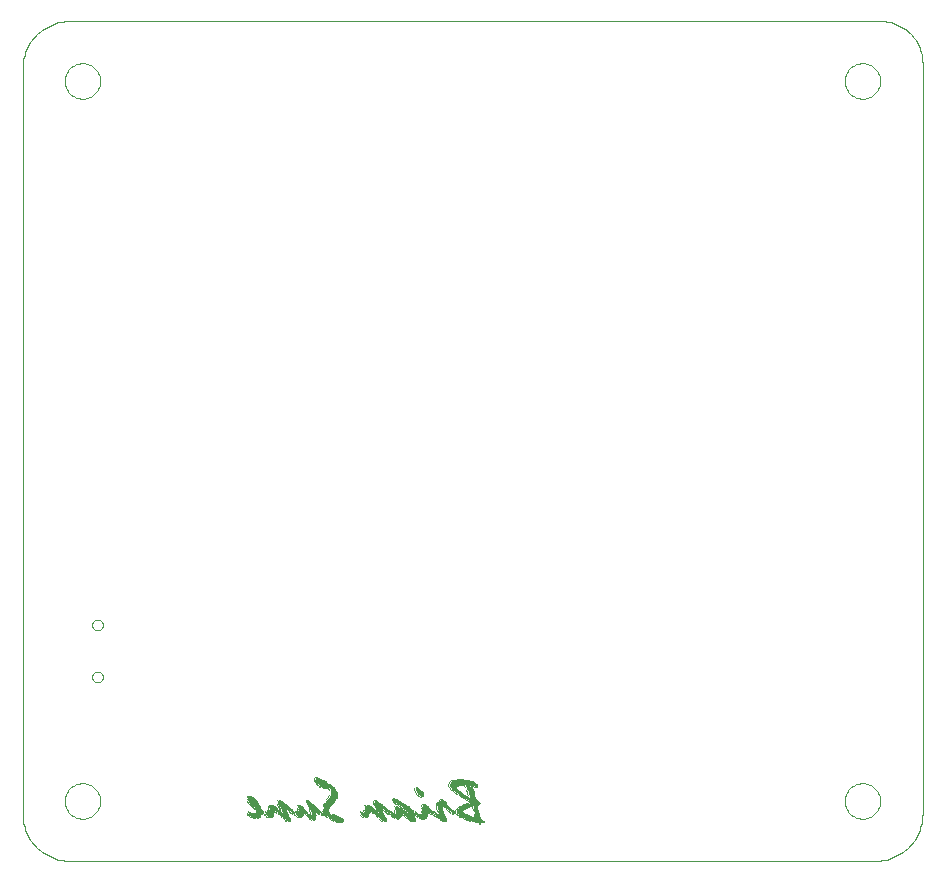
<source format=gbo>
G75*
G70*
%OFA0B0*%
%FSLAX24Y24*%
%IPPOS*%
%LPD*%
%AMOC8*
5,1,8,0,0,1.08239X$1,22.5*
%
%ADD10C,0.0000*%
%ADD11R,0.0094X0.0031*%
%ADD12R,0.0031X0.0031*%
%ADD13R,0.0189X0.0031*%
%ADD14R,0.0126X0.0031*%
%ADD15R,0.0409X0.0031*%
%ADD16R,0.0283X0.0031*%
%ADD17R,0.0441X0.0031*%
%ADD18R,0.0157X0.0031*%
%ADD19R,0.0315X0.0031*%
%ADD20R,0.0063X0.0031*%
%ADD21R,0.0504X0.0031*%
%ADD22R,0.0346X0.0031*%
%ADD23R,0.0535X0.0031*%
%ADD24R,0.0252X0.0031*%
%ADD25R,0.0378X0.0031*%
%ADD26R,0.0220X0.0031*%
%ADD27R,0.0913X0.0031*%
%ADD28R,0.0819X0.0031*%
%ADD29R,0.0787X0.0031*%
%ADD30R,0.0661X0.0031*%
D10*
X003261Y002680D02*
X030099Y002680D01*
X030177Y002682D01*
X030254Y002688D01*
X030331Y002697D01*
X030407Y002710D01*
X030483Y002727D01*
X030558Y002748D01*
X030632Y002772D01*
X030704Y002800D01*
X030775Y002832D01*
X030844Y002867D01*
X030912Y002905D01*
X030977Y002946D01*
X031041Y002991D01*
X031102Y003039D01*
X031161Y003090D01*
X031217Y003143D01*
X031270Y003199D01*
X031321Y003258D01*
X031369Y003319D01*
X031414Y003383D01*
X031455Y003448D01*
X031493Y003516D01*
X031528Y003585D01*
X031560Y003656D01*
X031588Y003728D01*
X031612Y003802D01*
X031633Y003877D01*
X031650Y003953D01*
X031663Y004029D01*
X031672Y004106D01*
X031678Y004183D01*
X031680Y004261D01*
X031680Y029266D01*
X031678Y029340D01*
X031672Y029414D01*
X031663Y029487D01*
X031649Y029560D01*
X031632Y029632D01*
X031611Y029703D01*
X031586Y029773D01*
X031558Y029841D01*
X031526Y029908D01*
X031491Y029973D01*
X031452Y030036D01*
X031410Y030097D01*
X031365Y030156D01*
X031317Y030212D01*
X031266Y030266D01*
X031212Y030317D01*
X031156Y030365D01*
X031097Y030410D01*
X031036Y030452D01*
X030973Y030491D01*
X030908Y030526D01*
X030841Y030558D01*
X030773Y030586D01*
X030703Y030611D01*
X030632Y030632D01*
X030560Y030649D01*
X030487Y030663D01*
X030414Y030672D01*
X030340Y030678D01*
X030266Y030680D01*
X003261Y030680D01*
X003183Y030678D01*
X003106Y030672D01*
X003029Y030663D01*
X002953Y030650D01*
X002877Y030633D01*
X002802Y030612D01*
X002728Y030588D01*
X002656Y030560D01*
X002585Y030528D01*
X002516Y030493D01*
X002448Y030455D01*
X002383Y030414D01*
X002319Y030369D01*
X002258Y030321D01*
X002199Y030270D01*
X002143Y030217D01*
X002090Y030161D01*
X002039Y030102D01*
X001991Y030041D01*
X001946Y029977D01*
X001905Y029912D01*
X001867Y029844D01*
X001832Y029775D01*
X001800Y029704D01*
X001772Y029632D01*
X001748Y029558D01*
X001727Y029483D01*
X001710Y029407D01*
X001697Y029331D01*
X001688Y029254D01*
X001682Y029177D01*
X001680Y029099D01*
X001680Y004261D01*
X001682Y004183D01*
X001688Y004106D01*
X001697Y004029D01*
X001710Y003953D01*
X001727Y003877D01*
X001748Y003802D01*
X001772Y003728D01*
X001800Y003656D01*
X001832Y003585D01*
X001867Y003516D01*
X001905Y003448D01*
X001946Y003383D01*
X001991Y003319D01*
X002039Y003258D01*
X002090Y003199D01*
X002143Y003143D01*
X002199Y003090D01*
X002258Y003039D01*
X002319Y002991D01*
X002383Y002946D01*
X002448Y002905D01*
X002516Y002867D01*
X002585Y002832D01*
X002656Y002800D01*
X002728Y002772D01*
X002802Y002748D01*
X002877Y002727D01*
X002953Y002710D01*
X003029Y002697D01*
X003106Y002688D01*
X003183Y002682D01*
X003261Y002680D01*
X003089Y004680D02*
X003091Y004728D01*
X003097Y004776D01*
X003107Y004823D01*
X003120Y004869D01*
X003138Y004914D01*
X003158Y004958D01*
X003183Y005000D01*
X003211Y005039D01*
X003241Y005076D01*
X003275Y005110D01*
X003312Y005142D01*
X003350Y005171D01*
X003391Y005196D01*
X003434Y005218D01*
X003479Y005236D01*
X003525Y005250D01*
X003572Y005261D01*
X003620Y005268D01*
X003668Y005271D01*
X003716Y005270D01*
X003764Y005265D01*
X003812Y005256D01*
X003858Y005244D01*
X003903Y005227D01*
X003947Y005207D01*
X003989Y005184D01*
X004029Y005157D01*
X004067Y005127D01*
X004102Y005094D01*
X004134Y005058D01*
X004164Y005020D01*
X004190Y004979D01*
X004212Y004936D01*
X004232Y004892D01*
X004247Y004847D01*
X004259Y004800D01*
X004267Y004752D01*
X004271Y004704D01*
X004271Y004656D01*
X004267Y004608D01*
X004259Y004560D01*
X004247Y004513D01*
X004232Y004468D01*
X004212Y004424D01*
X004190Y004381D01*
X004164Y004340D01*
X004134Y004302D01*
X004102Y004266D01*
X004067Y004233D01*
X004029Y004203D01*
X003989Y004176D01*
X003947Y004153D01*
X003903Y004133D01*
X003858Y004116D01*
X003812Y004104D01*
X003764Y004095D01*
X003716Y004090D01*
X003668Y004089D01*
X003620Y004092D01*
X003572Y004099D01*
X003525Y004110D01*
X003479Y004124D01*
X003434Y004142D01*
X003391Y004164D01*
X003350Y004189D01*
X003312Y004218D01*
X003275Y004250D01*
X003241Y004284D01*
X003211Y004321D01*
X003183Y004360D01*
X003158Y004402D01*
X003138Y004446D01*
X003120Y004491D01*
X003107Y004537D01*
X003097Y004584D01*
X003091Y004632D01*
X003089Y004680D01*
X004003Y008814D02*
X004005Y008840D01*
X004011Y008866D01*
X004021Y008891D01*
X004034Y008914D01*
X004050Y008934D01*
X004070Y008952D01*
X004092Y008967D01*
X004115Y008979D01*
X004141Y008987D01*
X004167Y008991D01*
X004193Y008991D01*
X004219Y008987D01*
X004245Y008979D01*
X004269Y008967D01*
X004290Y008952D01*
X004310Y008934D01*
X004326Y008914D01*
X004339Y008891D01*
X004349Y008866D01*
X004355Y008840D01*
X004357Y008814D01*
X004355Y008788D01*
X004349Y008762D01*
X004339Y008737D01*
X004326Y008714D01*
X004310Y008694D01*
X004290Y008676D01*
X004268Y008661D01*
X004245Y008649D01*
X004219Y008641D01*
X004193Y008637D01*
X004167Y008637D01*
X004141Y008641D01*
X004115Y008649D01*
X004091Y008661D01*
X004070Y008676D01*
X004050Y008694D01*
X004034Y008714D01*
X004021Y008737D01*
X004011Y008762D01*
X004005Y008788D01*
X004003Y008814D01*
X004003Y010546D02*
X004005Y010572D01*
X004011Y010598D01*
X004021Y010623D01*
X004034Y010646D01*
X004050Y010666D01*
X004070Y010684D01*
X004092Y010699D01*
X004115Y010711D01*
X004141Y010719D01*
X004167Y010723D01*
X004193Y010723D01*
X004219Y010719D01*
X004245Y010711D01*
X004269Y010699D01*
X004290Y010684D01*
X004310Y010666D01*
X004326Y010646D01*
X004339Y010623D01*
X004349Y010598D01*
X004355Y010572D01*
X004357Y010546D01*
X004355Y010520D01*
X004349Y010494D01*
X004339Y010469D01*
X004326Y010446D01*
X004310Y010426D01*
X004290Y010408D01*
X004268Y010393D01*
X004245Y010381D01*
X004219Y010373D01*
X004193Y010369D01*
X004167Y010369D01*
X004141Y010373D01*
X004115Y010381D01*
X004091Y010393D01*
X004070Y010408D01*
X004050Y010426D01*
X004034Y010446D01*
X004021Y010469D01*
X004011Y010494D01*
X004005Y010520D01*
X004003Y010546D01*
X003089Y028680D02*
X003091Y028728D01*
X003097Y028776D01*
X003107Y028823D01*
X003120Y028869D01*
X003138Y028914D01*
X003158Y028958D01*
X003183Y029000D01*
X003211Y029039D01*
X003241Y029076D01*
X003275Y029110D01*
X003312Y029142D01*
X003350Y029171D01*
X003391Y029196D01*
X003434Y029218D01*
X003479Y029236D01*
X003525Y029250D01*
X003572Y029261D01*
X003620Y029268D01*
X003668Y029271D01*
X003716Y029270D01*
X003764Y029265D01*
X003812Y029256D01*
X003858Y029244D01*
X003903Y029227D01*
X003947Y029207D01*
X003989Y029184D01*
X004029Y029157D01*
X004067Y029127D01*
X004102Y029094D01*
X004134Y029058D01*
X004164Y029020D01*
X004190Y028979D01*
X004212Y028936D01*
X004232Y028892D01*
X004247Y028847D01*
X004259Y028800D01*
X004267Y028752D01*
X004271Y028704D01*
X004271Y028656D01*
X004267Y028608D01*
X004259Y028560D01*
X004247Y028513D01*
X004232Y028468D01*
X004212Y028424D01*
X004190Y028381D01*
X004164Y028340D01*
X004134Y028302D01*
X004102Y028266D01*
X004067Y028233D01*
X004029Y028203D01*
X003989Y028176D01*
X003947Y028153D01*
X003903Y028133D01*
X003858Y028116D01*
X003812Y028104D01*
X003764Y028095D01*
X003716Y028090D01*
X003668Y028089D01*
X003620Y028092D01*
X003572Y028099D01*
X003525Y028110D01*
X003479Y028124D01*
X003434Y028142D01*
X003391Y028164D01*
X003350Y028189D01*
X003312Y028218D01*
X003275Y028250D01*
X003241Y028284D01*
X003211Y028321D01*
X003183Y028360D01*
X003158Y028402D01*
X003138Y028446D01*
X003120Y028491D01*
X003107Y028537D01*
X003097Y028584D01*
X003091Y028632D01*
X003089Y028680D01*
X029089Y028680D02*
X029091Y028728D01*
X029097Y028776D01*
X029107Y028823D01*
X029120Y028869D01*
X029138Y028914D01*
X029158Y028958D01*
X029183Y029000D01*
X029211Y029039D01*
X029241Y029076D01*
X029275Y029110D01*
X029312Y029142D01*
X029350Y029171D01*
X029391Y029196D01*
X029434Y029218D01*
X029479Y029236D01*
X029525Y029250D01*
X029572Y029261D01*
X029620Y029268D01*
X029668Y029271D01*
X029716Y029270D01*
X029764Y029265D01*
X029812Y029256D01*
X029858Y029244D01*
X029903Y029227D01*
X029947Y029207D01*
X029989Y029184D01*
X030029Y029157D01*
X030067Y029127D01*
X030102Y029094D01*
X030134Y029058D01*
X030164Y029020D01*
X030190Y028979D01*
X030212Y028936D01*
X030232Y028892D01*
X030247Y028847D01*
X030259Y028800D01*
X030267Y028752D01*
X030271Y028704D01*
X030271Y028656D01*
X030267Y028608D01*
X030259Y028560D01*
X030247Y028513D01*
X030232Y028468D01*
X030212Y028424D01*
X030190Y028381D01*
X030164Y028340D01*
X030134Y028302D01*
X030102Y028266D01*
X030067Y028233D01*
X030029Y028203D01*
X029989Y028176D01*
X029947Y028153D01*
X029903Y028133D01*
X029858Y028116D01*
X029812Y028104D01*
X029764Y028095D01*
X029716Y028090D01*
X029668Y028089D01*
X029620Y028092D01*
X029572Y028099D01*
X029525Y028110D01*
X029479Y028124D01*
X029434Y028142D01*
X029391Y028164D01*
X029350Y028189D01*
X029312Y028218D01*
X029275Y028250D01*
X029241Y028284D01*
X029211Y028321D01*
X029183Y028360D01*
X029158Y028402D01*
X029138Y028446D01*
X029120Y028491D01*
X029107Y028537D01*
X029097Y028584D01*
X029091Y028632D01*
X029089Y028680D01*
X029089Y004680D02*
X029091Y004728D01*
X029097Y004776D01*
X029107Y004823D01*
X029120Y004869D01*
X029138Y004914D01*
X029158Y004958D01*
X029183Y005000D01*
X029211Y005039D01*
X029241Y005076D01*
X029275Y005110D01*
X029312Y005142D01*
X029350Y005171D01*
X029391Y005196D01*
X029434Y005218D01*
X029479Y005236D01*
X029525Y005250D01*
X029572Y005261D01*
X029620Y005268D01*
X029668Y005271D01*
X029716Y005270D01*
X029764Y005265D01*
X029812Y005256D01*
X029858Y005244D01*
X029903Y005227D01*
X029947Y005207D01*
X029989Y005184D01*
X030029Y005157D01*
X030067Y005127D01*
X030102Y005094D01*
X030134Y005058D01*
X030164Y005020D01*
X030190Y004979D01*
X030212Y004936D01*
X030232Y004892D01*
X030247Y004847D01*
X030259Y004800D01*
X030267Y004752D01*
X030271Y004704D01*
X030271Y004656D01*
X030267Y004608D01*
X030259Y004560D01*
X030247Y004513D01*
X030232Y004468D01*
X030212Y004424D01*
X030190Y004381D01*
X030164Y004340D01*
X030134Y004302D01*
X030102Y004266D01*
X030067Y004233D01*
X030029Y004203D01*
X029989Y004176D01*
X029947Y004153D01*
X029903Y004133D01*
X029858Y004116D01*
X029812Y004104D01*
X029764Y004095D01*
X029716Y004090D01*
X029668Y004089D01*
X029620Y004092D01*
X029572Y004099D01*
X029525Y004110D01*
X029479Y004124D01*
X029434Y004142D01*
X029391Y004164D01*
X029350Y004189D01*
X029312Y004218D01*
X029275Y004250D01*
X029241Y004284D01*
X029211Y004321D01*
X029183Y004360D01*
X029158Y004402D01*
X029138Y004446D01*
X029120Y004491D01*
X029107Y004537D01*
X029097Y004584D01*
X029091Y004632D01*
X029089Y004680D01*
D11*
X016916Y003932D03*
X016916Y003900D03*
X016916Y003869D03*
X016034Y004247D03*
X016034Y004278D03*
X015656Y004688D03*
X015058Y004499D03*
X014995Y004814D03*
X014837Y005034D03*
X014711Y003995D03*
X014176Y004089D03*
X013893Y004278D03*
X013767Y003995D03*
X013137Y004121D03*
X013452Y004656D03*
X012034Y004215D03*
X011562Y004278D03*
X011184Y004215D03*
X010680Y004278D03*
X010649Y004310D03*
X010554Y003995D03*
X009515Y004089D03*
X009263Y004247D03*
X009357Y004530D03*
X009326Y004562D03*
X009294Y004593D03*
X011499Y005412D03*
X011782Y005097D03*
X016790Y005160D03*
D12*
X016790Y005129D03*
X016759Y005129D03*
X016727Y005160D03*
X016696Y005160D03*
X016664Y005160D03*
X016633Y005129D03*
X016664Y005097D03*
X016696Y005097D03*
X016696Y005066D03*
X016727Y005034D03*
X016727Y005003D03*
X016822Y005129D03*
X016853Y005129D03*
X016853Y005160D03*
X016853Y005192D03*
X016853Y005223D03*
X016790Y005255D03*
X016759Y005286D03*
X016727Y005318D03*
X016696Y005318D03*
X016664Y005318D03*
X016601Y005349D03*
X016570Y005349D03*
X016601Y005192D03*
X016601Y005160D03*
X016633Y005192D03*
X016475Y005129D03*
X016444Y005160D03*
X016444Y005192D03*
X016412Y005192D03*
X016318Y005192D03*
X016286Y005192D03*
X016255Y005192D03*
X016223Y005160D03*
X016192Y005160D03*
X016160Y005129D03*
X016160Y005097D03*
X016160Y005066D03*
X016129Y005097D03*
X016192Y005034D03*
X016223Y005003D03*
X016255Y004971D03*
X016286Y004971D03*
X016286Y004940D03*
X016318Y004940D03*
X016349Y004908D03*
X016381Y004877D03*
X016412Y004877D03*
X016475Y004845D03*
X016507Y004814D03*
X016538Y004814D03*
X016570Y004845D03*
X016538Y004877D03*
X016538Y004908D03*
X016538Y004940D03*
X016538Y004971D03*
X016507Y004971D03*
X016507Y005003D03*
X016570Y004782D03*
X016538Y004688D03*
X016507Y004688D03*
X016475Y004719D03*
X016381Y004751D03*
X016349Y004782D03*
X016318Y004782D03*
X016318Y004814D03*
X016286Y004814D03*
X016255Y004845D03*
X016192Y004877D03*
X016160Y004877D03*
X016160Y004908D03*
X016129Y004908D03*
X016097Y004940D03*
X016066Y004971D03*
X016003Y005003D03*
X015971Y005034D03*
X015971Y005066D03*
X015940Y005097D03*
X015940Y005129D03*
X015908Y005160D03*
X015908Y005192D03*
X015908Y005223D03*
X015940Y005255D03*
X015940Y005286D03*
X015971Y005318D03*
X016003Y005349D03*
X016034Y005349D03*
X016192Y005381D03*
X016759Y004845D03*
X016759Y004814D03*
X016790Y004782D03*
X016790Y004751D03*
X016822Y004719D03*
X016822Y004688D03*
X016853Y004688D03*
X016885Y004656D03*
X016885Y004625D03*
X016916Y004625D03*
X016948Y004593D03*
X016916Y004562D03*
X016916Y004530D03*
X016885Y004530D03*
X016885Y004341D03*
X016885Y004310D03*
X016916Y004247D03*
X016916Y004215D03*
X016916Y004184D03*
X016916Y004152D03*
X016948Y004121D03*
X016979Y004089D03*
X017011Y004058D03*
X017042Y004026D03*
X017074Y003995D03*
X017105Y003995D03*
X017105Y003963D03*
X017074Y003963D03*
X017074Y003932D03*
X017042Y003932D03*
X017011Y003932D03*
X016979Y003932D03*
X016979Y003900D03*
X016853Y003932D03*
X016853Y003963D03*
X016822Y003963D03*
X016790Y003963D03*
X016790Y004121D03*
X016759Y004121D03*
X016759Y004152D03*
X016759Y004184D03*
X016759Y004215D03*
X016727Y004121D03*
X016696Y004121D03*
X016664Y004152D03*
X016633Y004152D03*
X016601Y004184D03*
X016570Y004184D03*
X016538Y004215D03*
X016507Y004215D03*
X016444Y004247D03*
X016412Y004247D03*
X016381Y004247D03*
X016381Y004278D03*
X016381Y004341D03*
X016444Y004373D03*
X016475Y004373D03*
X016507Y004404D03*
X016538Y004404D03*
X016570Y004436D03*
X016601Y004436D03*
X016633Y004467D03*
X016664Y004467D03*
X016696Y004467D03*
X016696Y004436D03*
X016696Y004404D03*
X016727Y004373D03*
X016727Y004341D03*
X016570Y004593D03*
X016538Y004593D03*
X016507Y004593D03*
X016475Y004562D03*
X016444Y004530D03*
X016412Y004530D03*
X016381Y004530D03*
X016349Y004499D03*
X016255Y004467D03*
X016223Y004436D03*
X016192Y004404D03*
X016160Y004373D03*
X016129Y004341D03*
X016129Y004310D03*
X016129Y004278D03*
X016097Y004278D03*
X016097Y004310D03*
X016066Y004341D03*
X016003Y004373D03*
X015971Y004404D03*
X015940Y004436D03*
X015908Y004467D03*
X015845Y004530D03*
X015845Y004562D03*
X015845Y004593D03*
X015814Y004625D03*
X015782Y004625D03*
X015782Y004656D03*
X015751Y004656D03*
X015719Y004688D03*
X015688Y004719D03*
X015656Y004719D03*
X015625Y004719D03*
X015593Y004688D03*
X015593Y004656D03*
X015562Y004625D03*
X015530Y004625D03*
X015499Y004593D03*
X015499Y004562D03*
X015499Y004530D03*
X015499Y004467D03*
X015499Y004436D03*
X015499Y004404D03*
X015499Y004373D03*
X015530Y004341D03*
X015530Y004310D03*
X015562Y004310D03*
X015562Y004278D03*
X015593Y004247D03*
X015593Y004215D03*
X015562Y004215D03*
X015499Y004247D03*
X015467Y004278D03*
X015436Y004278D03*
X015404Y004278D03*
X015404Y004247D03*
X015373Y004215D03*
X015341Y004215D03*
X015310Y004215D03*
X015278Y004247D03*
X015247Y004247D03*
X015215Y004247D03*
X015184Y004215D03*
X015184Y004184D03*
X015184Y004152D03*
X015152Y004089D03*
X015121Y004089D03*
X014963Y004089D03*
X014932Y004089D03*
X014869Y004121D03*
X014837Y004152D03*
X014806Y004184D03*
X014774Y004184D03*
X014743Y004184D03*
X014743Y004152D03*
X014774Y004152D03*
X014774Y004121D03*
X014806Y004089D03*
X014806Y004058D03*
X014806Y004026D03*
X014806Y003995D03*
X014774Y003995D03*
X014649Y003995D03*
X014617Y003995D03*
X014586Y004026D03*
X014586Y004058D03*
X014554Y004058D03*
X014523Y004089D03*
X014491Y004089D03*
X014460Y004121D03*
X014428Y004152D03*
X014397Y004184D03*
X014365Y004184D03*
X014365Y004215D03*
X014334Y004215D03*
X014334Y004184D03*
X014334Y004152D03*
X014302Y004121D03*
X014271Y004089D03*
X014239Y004089D03*
X014113Y004089D03*
X014050Y004121D03*
X014019Y004121D03*
X014019Y004152D03*
X013987Y004152D03*
X013956Y004215D03*
X013924Y004215D03*
X013893Y004215D03*
X013861Y004215D03*
X013830Y004247D03*
X013830Y004278D03*
X013798Y004278D03*
X013767Y004310D03*
X013735Y004341D03*
X013704Y004341D03*
X013704Y004310D03*
X013704Y004373D03*
X013672Y004373D03*
X013704Y004499D03*
X013704Y004530D03*
X013672Y004530D03*
X013672Y004562D03*
X013641Y004562D03*
X013641Y004593D03*
X013609Y004593D03*
X013578Y004625D03*
X013546Y004656D03*
X013515Y004656D03*
X013483Y004688D03*
X013452Y004688D03*
X013420Y004688D03*
X013389Y004656D03*
X013389Y004625D03*
X013389Y004593D03*
X013389Y004562D03*
X013389Y004530D03*
X013420Y004499D03*
X013452Y004467D03*
X013452Y004436D03*
X013420Y004373D03*
X013389Y004404D03*
X013357Y004404D03*
X013357Y004436D03*
X013326Y004467D03*
X013263Y004499D03*
X013231Y004499D03*
X013137Y004499D03*
X013105Y004499D03*
X013074Y004341D03*
X013074Y004310D03*
X013042Y004278D03*
X013011Y004278D03*
X012979Y004278D03*
X012979Y004310D03*
X012979Y004184D03*
X013011Y004152D03*
X013042Y004121D03*
X013074Y004121D03*
X013200Y004121D03*
X013231Y004184D03*
X013231Y004215D03*
X013263Y004247D03*
X013294Y004278D03*
X013294Y004310D03*
X013326Y004310D03*
X013357Y004278D03*
X013357Y004247D03*
X013389Y004247D03*
X013452Y004215D03*
X013483Y004184D03*
X013483Y004152D03*
X013515Y004152D03*
X013515Y004121D03*
X013546Y004121D03*
X013609Y004058D03*
X013641Y004026D03*
X013672Y003995D03*
X013704Y003995D03*
X013830Y003995D03*
X013830Y004026D03*
X013830Y004058D03*
X013830Y004089D03*
X013798Y004089D03*
X013798Y004121D03*
X013767Y004121D03*
X013767Y004152D03*
X013767Y004184D03*
X013735Y004215D03*
X013924Y004247D03*
X013956Y004278D03*
X013987Y004278D03*
X014019Y004278D03*
X014050Y004247D03*
X014113Y004247D03*
X014113Y004278D03*
X014113Y004310D03*
X014113Y004341D03*
X014113Y004467D03*
X014208Y004467D03*
X014239Y004436D03*
X014271Y004467D03*
X014302Y004467D03*
X014334Y004436D03*
X014334Y004404D03*
X014334Y004373D03*
X014365Y004373D03*
X014365Y004341D03*
X014397Y004341D03*
X014428Y004341D03*
X014428Y004310D03*
X014460Y004310D03*
X014460Y004278D03*
X014491Y004278D03*
X014491Y004247D03*
X014523Y004247D03*
X014617Y004373D03*
X014617Y004404D03*
X014649Y004373D03*
X014586Y004436D03*
X014586Y004467D03*
X014554Y004467D03*
X014491Y004499D03*
X014460Y004530D03*
X014428Y004562D03*
X014397Y004562D03*
X014397Y004593D03*
X014365Y004593D03*
X014334Y004625D03*
X014302Y004656D03*
X014271Y004656D03*
X014239Y004688D03*
X014208Y004719D03*
X014082Y004751D03*
X014050Y004751D03*
X014019Y004719D03*
X014019Y004688D03*
X014050Y004656D03*
X014050Y004625D03*
X014082Y004625D03*
X014113Y004593D03*
X014145Y004593D03*
X014145Y004562D03*
X014176Y004562D03*
X014208Y004530D03*
X014239Y004499D03*
X014271Y004404D03*
X014302Y004404D03*
X014302Y004373D03*
X013924Y004341D03*
X013924Y004310D03*
X013893Y004341D03*
X013830Y004404D03*
X013798Y004436D03*
X013767Y004467D03*
X013546Y004278D03*
X013515Y004278D03*
X013483Y004341D03*
X012381Y004058D03*
X012381Y004026D03*
X012381Y003995D03*
X012349Y003963D03*
X012318Y003932D03*
X012286Y003932D03*
X012255Y003932D03*
X012223Y003932D03*
X012192Y003963D03*
X012160Y003963D03*
X012066Y003995D03*
X012034Y004026D03*
X012003Y004026D03*
X011971Y004058D03*
X011940Y004089D03*
X011877Y004121D03*
X011845Y004121D03*
X011845Y004152D03*
X011814Y004152D03*
X011782Y004152D03*
X011719Y004184D03*
X011688Y004184D03*
X011656Y004184D03*
X011656Y004247D03*
X011593Y004247D03*
X011562Y004247D03*
X011562Y004215D03*
X011593Y004215D03*
X011530Y004247D03*
X011467Y004247D03*
X011530Y004373D03*
X011530Y004404D03*
X011499Y004404D03*
X011499Y004436D03*
X011467Y004436D03*
X011467Y004467D03*
X011436Y004499D03*
X011404Y004499D03*
X011404Y004530D03*
X011373Y004530D03*
X011373Y004562D03*
X011341Y004562D03*
X011341Y004593D03*
X011310Y004625D03*
X011278Y004656D03*
X011247Y004656D03*
X011215Y004688D03*
X011184Y004688D03*
X011152Y004688D03*
X011152Y004656D03*
X011152Y004625D03*
X011184Y004593D03*
X011184Y004562D03*
X011215Y004467D03*
X011247Y004436D03*
X011247Y004404D03*
X011247Y004373D03*
X011278Y004341D03*
X011278Y004310D03*
X011310Y004278D03*
X011310Y004247D03*
X011310Y004215D03*
X011278Y004215D03*
X011247Y004215D03*
X011184Y004152D03*
X011152Y004184D03*
X011121Y004215D03*
X011058Y004215D03*
X011058Y004184D03*
X011026Y004152D03*
X010995Y004121D03*
X010963Y004121D03*
X010932Y004121D03*
X010900Y004121D03*
X010869Y004121D03*
X010837Y004152D03*
X010806Y004184D03*
X010774Y004184D03*
X010774Y004215D03*
X010774Y004247D03*
X010743Y004247D03*
X010743Y004278D03*
X010774Y004278D03*
X010743Y004310D03*
X010711Y004310D03*
X010711Y004341D03*
X010680Y004373D03*
X010649Y004373D03*
X010617Y004404D03*
X010586Y004436D03*
X010523Y004499D03*
X010491Y004530D03*
X010460Y004562D03*
X010428Y004593D03*
X010397Y004625D03*
X010365Y004625D03*
X010365Y004656D03*
X010334Y004656D03*
X010302Y004688D03*
X010208Y004688D03*
X010208Y004530D03*
X010208Y004499D03*
X010239Y004467D03*
X010239Y004436D03*
X010271Y004436D03*
X010271Y004404D03*
X010271Y004373D03*
X010302Y004373D03*
X010302Y004341D03*
X010302Y004310D03*
X010271Y004341D03*
X010208Y004373D03*
X010176Y004436D03*
X010145Y004467D03*
X010113Y004467D03*
X010050Y004499D03*
X010019Y004499D03*
X009924Y004499D03*
X009893Y004467D03*
X009893Y004436D03*
X009893Y004404D03*
X009893Y004373D03*
X009861Y004341D03*
X009861Y004310D03*
X009861Y004278D03*
X009830Y004278D03*
X009798Y004278D03*
X009798Y004310D03*
X009735Y004310D03*
X009735Y004278D03*
X009735Y004247D03*
X009704Y004215D03*
X009672Y004215D03*
X009641Y004184D03*
X009641Y004152D03*
X009641Y004121D03*
X009578Y004089D03*
X009452Y004089D03*
X009420Y004089D03*
X009389Y004089D03*
X009294Y004121D03*
X009263Y004152D03*
X009231Y004184D03*
X009200Y004184D03*
X009200Y004215D03*
X009200Y004247D03*
X009231Y004278D03*
X009263Y004278D03*
X009294Y004278D03*
X009326Y004247D03*
X009357Y004247D03*
X009452Y004247D03*
X009483Y004278D03*
X009483Y004310D03*
X009483Y004341D03*
X009420Y004373D03*
X009420Y004404D03*
X009389Y004404D03*
X009389Y004436D03*
X009357Y004436D03*
X009357Y004467D03*
X009326Y004467D03*
X009294Y004499D03*
X009294Y004530D03*
X009263Y004530D03*
X009263Y004562D03*
X009231Y004593D03*
X009200Y004625D03*
X009200Y004656D03*
X009200Y004782D03*
X009200Y004814D03*
X009231Y004814D03*
X009326Y004814D03*
X009357Y004782D03*
X009389Y004782D03*
X009420Y004751D03*
X009452Y004719D03*
X009483Y004688D03*
X009515Y004656D03*
X009546Y004625D03*
X009578Y004562D03*
X009578Y004530D03*
X009609Y004499D03*
X009641Y004467D03*
X009641Y004436D03*
X009641Y004404D03*
X009672Y004373D03*
X009704Y004341D03*
X009767Y004215D03*
X009767Y004184D03*
X009798Y004184D03*
X009830Y004152D03*
X009830Y004121D03*
X009861Y004121D03*
X010019Y004121D03*
X010019Y004152D03*
X010050Y004152D03*
X010050Y004184D03*
X010050Y004215D03*
X010082Y004278D03*
X010082Y004310D03*
X010113Y004310D03*
X010145Y004278D03*
X010176Y004278D03*
X010176Y004247D03*
X010239Y004215D03*
X010271Y004215D03*
X010302Y004184D03*
X010334Y004121D03*
X010397Y004089D03*
X010428Y004058D03*
X010460Y004026D03*
X010460Y003995D03*
X010491Y003995D03*
X010617Y003995D03*
X010617Y004026D03*
X010617Y004058D03*
X010617Y004089D03*
X010586Y004121D03*
X010554Y004215D03*
X010523Y004247D03*
X010523Y004278D03*
X010491Y004310D03*
X010491Y004341D03*
X010554Y004341D03*
X010586Y004310D03*
X010586Y004278D03*
X010617Y004278D03*
X010617Y004247D03*
X010649Y004247D03*
X010711Y004215D03*
X010806Y004310D03*
X010837Y004310D03*
X010869Y004310D03*
X010869Y004341D03*
X010869Y004373D03*
X010869Y004404D03*
X010869Y004499D03*
X010900Y004499D03*
X010932Y004499D03*
X010963Y004499D03*
X011026Y004467D03*
X011058Y004436D03*
X011058Y004404D03*
X011089Y004373D03*
X011121Y004341D03*
X011152Y004310D03*
X011184Y004278D03*
X011247Y004089D03*
X011278Y004058D03*
X011310Y004058D03*
X011341Y004026D03*
X011436Y004026D03*
X011467Y004058D03*
X011467Y004089D03*
X011593Y004310D03*
X011593Y004341D03*
X011625Y004310D03*
X011688Y004310D03*
X011562Y004373D03*
X011719Y004530D03*
X011751Y004562D03*
X011751Y004593D03*
X011814Y004625D03*
X011814Y004656D03*
X011845Y004719D03*
X011877Y004751D03*
X011908Y004782D03*
X011908Y004814D03*
X011940Y004845D03*
X011940Y005003D03*
X011940Y005034D03*
X011908Y005034D03*
X011908Y005066D03*
X011877Y005066D03*
X011877Y005097D03*
X011845Y005097D03*
X011814Y005129D03*
X011782Y005160D03*
X011751Y005160D03*
X011751Y005192D03*
X011719Y005097D03*
X011719Y005066D03*
X011751Y005066D03*
X011625Y005129D03*
X011593Y005129D03*
X011593Y005160D03*
X011562Y005192D03*
X011530Y005192D03*
X011530Y005223D03*
X011499Y005223D03*
X011436Y005318D03*
X011436Y005349D03*
X011436Y005381D03*
X011436Y005412D03*
X011467Y005444D03*
X011499Y005444D03*
X011530Y005444D03*
X011562Y005412D03*
X011593Y005412D03*
X011593Y005381D03*
X011625Y005381D03*
X011656Y005381D03*
X011719Y005349D03*
X011751Y005349D03*
X011782Y005318D03*
X011814Y005318D03*
X011845Y005286D03*
X011877Y005255D03*
X011971Y005192D03*
X012003Y005192D03*
X012003Y005160D03*
X012034Y005160D03*
X012034Y005129D03*
X012066Y005129D03*
X012097Y005066D03*
X012097Y005034D03*
X012129Y005034D03*
X012129Y005003D03*
X012160Y004971D03*
X012192Y004940D03*
X012192Y004908D03*
X012192Y004877D03*
X012192Y004845D03*
X012192Y004814D03*
X012192Y004782D03*
X012192Y004751D03*
X012129Y004719D03*
X012129Y004688D03*
X012097Y004656D03*
X012097Y004625D03*
X012066Y004593D03*
X012034Y004562D03*
X012003Y004530D03*
X012003Y004499D03*
X011971Y004499D03*
X011940Y004436D03*
X011940Y004404D03*
X011908Y004373D03*
X011908Y004341D03*
X011908Y004310D03*
X011908Y004278D03*
X011940Y004278D03*
X011940Y004247D03*
X011971Y004215D03*
X012097Y004215D03*
X012129Y004184D03*
X012160Y004184D03*
X012192Y004152D03*
X012223Y004152D03*
X012223Y004121D03*
X012255Y004121D03*
X012286Y004121D03*
X012349Y004089D03*
X012349Y004058D03*
X010334Y004278D03*
X009452Y004499D03*
X009420Y004530D03*
X009420Y004562D03*
X009389Y004562D03*
X009389Y004593D03*
X009420Y004593D03*
X009357Y004593D03*
X009231Y004310D03*
X014743Y004310D03*
X014743Y004278D03*
X014806Y004278D03*
X014837Y004278D03*
X014806Y004310D03*
X014869Y004247D03*
X014774Y004215D03*
X014995Y004467D03*
X014995Y004499D03*
X015026Y004530D03*
X015058Y004530D03*
X015089Y004530D03*
X015121Y004530D03*
X015121Y004499D03*
X015152Y004499D03*
X015184Y004467D03*
X015215Y004467D03*
X015215Y004436D03*
X015247Y004404D03*
X015278Y004373D03*
X015310Y004373D03*
X015341Y004341D03*
X015404Y004310D03*
X015436Y004310D03*
X015436Y004184D03*
X015436Y004152D03*
X015467Y004152D03*
X015499Y004121D03*
X015562Y004089D03*
X015593Y004089D03*
X015625Y004058D03*
X015625Y004026D03*
X015656Y004026D03*
X015688Y004026D03*
X015688Y003995D03*
X015719Y003995D03*
X015751Y003995D03*
X015782Y003995D03*
X015814Y003995D03*
X015845Y004026D03*
X015845Y004058D03*
X015814Y004089D03*
X015782Y004121D03*
X015782Y004152D03*
X015751Y004152D03*
X015751Y004184D03*
X015751Y004215D03*
X015719Y004278D03*
X015719Y004310D03*
X015688Y004373D03*
X015688Y004404D03*
X015688Y004436D03*
X015688Y004467D03*
X015719Y004467D03*
X015751Y004467D03*
X015751Y004436D03*
X015782Y004436D03*
X015814Y004404D03*
X015845Y004373D03*
X015877Y004341D03*
X015908Y004310D03*
X015940Y004310D03*
X015940Y004278D03*
X015971Y004278D03*
X015971Y004247D03*
X016034Y004215D03*
X016066Y004215D03*
X016160Y004215D03*
X016192Y004215D03*
X016192Y004184D03*
X016223Y004184D03*
X016255Y004121D03*
X016286Y004121D03*
X016381Y004089D03*
X016412Y004089D03*
X016444Y004058D03*
X016475Y004058D03*
X016507Y004026D03*
X016538Y004026D03*
X016570Y004026D03*
X016601Y003995D03*
X016633Y003995D03*
X016601Y004625D03*
X016601Y004656D03*
X016570Y004656D03*
X015404Y004184D03*
X015058Y004814D03*
X015058Y004877D03*
X015058Y004908D03*
X015058Y004940D03*
X015026Y004940D03*
X015026Y004971D03*
X014995Y004971D03*
X014963Y005003D03*
X014932Y005003D03*
X014932Y005034D03*
X014900Y005034D03*
X014900Y005066D03*
X014869Y005066D03*
X014774Y005066D03*
X014774Y005034D03*
X014774Y005003D03*
X014806Y004971D03*
X014806Y004940D03*
X014837Y004908D03*
X014837Y004877D03*
X014869Y004845D03*
X014900Y004845D03*
X014900Y004814D03*
X014932Y004814D03*
X014963Y004782D03*
X014995Y004782D03*
D13*
X014948Y004877D03*
X014948Y004908D03*
X014916Y004940D03*
X014286Y004562D03*
X014255Y004593D03*
X014160Y004656D03*
X014129Y004688D03*
X014192Y004373D03*
X014633Y004247D03*
X014696Y004058D03*
X014696Y004026D03*
X015672Y004625D03*
X015704Y004089D03*
X015735Y004058D03*
X016365Y004845D03*
X016460Y004782D03*
X016649Y004877D03*
X016649Y004908D03*
X016649Y004940D03*
X016649Y004971D03*
X016617Y005003D03*
X016586Y005066D03*
X016743Y005192D03*
X016680Y004782D03*
X016113Y005003D03*
X016082Y005034D03*
X016050Y005129D03*
X016302Y005381D03*
X016963Y003963D03*
X013719Y004058D03*
X013688Y004089D03*
X013656Y004121D03*
X013593Y004341D03*
X013562Y004373D03*
X013499Y004593D03*
X013184Y004310D03*
X013121Y004152D03*
X012050Y004971D03*
X011987Y005097D03*
X011924Y005129D03*
X011893Y005160D03*
X011861Y005192D03*
X011798Y004373D03*
X011798Y004341D03*
X011798Y004310D03*
X011357Y004436D03*
X011294Y004499D03*
X010979Y004373D03*
X010948Y004436D03*
X010507Y004089D03*
X009971Y004278D03*
X009971Y004310D03*
X010003Y004467D03*
X009593Y004341D03*
X009530Y004404D03*
X011357Y004089D03*
D14*
X011389Y004058D03*
X011389Y004247D03*
X011389Y004278D03*
X011263Y004562D03*
X011263Y004593D03*
X011231Y004625D03*
X011672Y005160D03*
X011515Y005381D03*
X012019Y005034D03*
X012271Y003963D03*
X013404Y004310D03*
X013436Y004278D03*
X013782Y004373D03*
X013814Y004341D03*
X013845Y004310D03*
X014160Y004436D03*
X014853Y005003D03*
X015672Y004656D03*
X015830Y004467D03*
X015861Y004436D03*
X015893Y004404D03*
X015924Y004373D03*
X016019Y004310D03*
X015767Y004026D03*
X015672Y004215D03*
X015672Y004247D03*
X015641Y004278D03*
X015641Y004310D03*
X015042Y004089D03*
X015042Y004058D03*
X016523Y005160D03*
X016523Y005192D03*
X016554Y005129D03*
X016806Y004373D03*
X016806Y004341D03*
X016806Y004310D03*
X016837Y004215D03*
X016837Y004184D03*
X016837Y004152D03*
X016869Y004121D03*
X010633Y004341D03*
X010570Y004373D03*
X010381Y004373D03*
X010255Y004278D03*
X009940Y004121D03*
X009530Y004499D03*
X009499Y004530D03*
X009499Y004562D03*
X009499Y004593D03*
X009373Y004499D03*
X009278Y004782D03*
X010255Y004656D03*
X010538Y004026D03*
D15*
X010995Y004247D03*
X011656Y005255D03*
X011751Y005223D03*
X016664Y004530D03*
X016696Y004562D03*
X016853Y003995D03*
D16*
X016349Y004215D03*
X016349Y004404D03*
X015593Y004184D03*
X015121Y004373D03*
X015026Y004121D03*
X014617Y004121D03*
X014586Y004152D03*
X014586Y004341D03*
X014271Y004310D03*
X014176Y004152D03*
X013609Y004467D03*
X013105Y004247D03*
X012223Y003995D03*
X011908Y004593D03*
X011971Y004688D03*
X012034Y004751D03*
X011436Y004341D03*
X011436Y004310D03*
X011341Y004152D03*
X011341Y004121D03*
X010428Y004436D03*
X010365Y004499D03*
X010050Y004404D03*
X010050Y004373D03*
X009924Y004247D03*
X009357Y004656D03*
X009326Y004688D03*
D17*
X009436Y004215D03*
X016806Y004026D03*
D18*
X016822Y004247D03*
X016822Y004278D03*
X016790Y004404D03*
X016790Y004436D03*
X016790Y004467D03*
X016664Y004814D03*
X016664Y004845D03*
X016412Y004814D03*
X016286Y004877D03*
X016255Y004908D03*
X016192Y004940D03*
X016160Y004971D03*
X016066Y005066D03*
X016034Y005097D03*
X016570Y005097D03*
X015971Y004341D03*
X015625Y004341D03*
X015593Y004373D03*
X015593Y004404D03*
X015593Y004436D03*
X015593Y004467D03*
X015467Y004215D03*
X015089Y004467D03*
X014995Y004845D03*
X014900Y004971D03*
X014113Y004719D03*
X014176Y004404D03*
X013735Y004026D03*
X013641Y004278D03*
X013609Y004310D03*
X013483Y004625D03*
X012034Y005003D03*
X012003Y005066D03*
X011719Y005129D03*
X011656Y005192D03*
X011278Y004530D03*
X010963Y004404D03*
X010932Y004467D03*
X010932Y004152D03*
X010523Y004058D03*
X010428Y004278D03*
X010397Y004310D03*
X010397Y004341D03*
X010208Y004310D03*
X010271Y004625D03*
X009924Y004152D03*
X011404Y004215D03*
D19*
X011326Y004184D03*
X011798Y004215D03*
X012019Y004152D03*
X012050Y004121D03*
X012208Y004026D03*
X013247Y004373D03*
X013562Y004247D03*
X013625Y004436D03*
X014286Y004278D03*
X014570Y004184D03*
X015011Y004152D03*
X015672Y004530D03*
X015672Y004562D03*
X015672Y004593D03*
X016082Y005192D03*
X016649Y004719D03*
X016397Y004436D03*
X016397Y004184D03*
X011609Y005318D03*
X010412Y004467D03*
X010444Y004404D03*
X010349Y004247D03*
X009467Y004121D03*
X009373Y004625D03*
D20*
X009278Y004814D03*
X009404Y004247D03*
X009971Y004499D03*
X010255Y004688D03*
X010475Y004373D03*
X010696Y004247D03*
X011200Y004656D03*
X011483Y004278D03*
X011641Y004278D03*
X011389Y004026D03*
X011798Y005066D03*
X013184Y004499D03*
X013499Y004310D03*
X013877Y004247D03*
X013971Y004310D03*
X014003Y004247D03*
X014192Y004058D03*
X014286Y004436D03*
X014160Y004467D03*
X014759Y004247D03*
X014822Y004247D03*
X015326Y004247D03*
X015452Y004247D03*
X016113Y004247D03*
X016365Y005192D03*
X014822Y005097D03*
X014822Y005066D03*
D21*
X016302Y005349D03*
X016617Y004499D03*
X016743Y004058D03*
D22*
X016444Y004467D03*
X016759Y004593D03*
X015152Y004341D03*
X014995Y004184D03*
X014554Y004215D03*
X014302Y004247D03*
X014145Y004215D03*
X014145Y004184D03*
X013641Y004404D03*
X012160Y004058D03*
X009452Y004152D03*
D23*
X016696Y004089D03*
D24*
X016302Y004373D03*
X016680Y004688D03*
X016743Y004656D03*
X016743Y004625D03*
X016050Y005160D03*
X015609Y004152D03*
X015641Y004121D03*
X015105Y004404D03*
X014601Y004310D03*
X014475Y004404D03*
X014664Y004089D03*
X013625Y004184D03*
X013593Y004215D03*
X013562Y004499D03*
X013530Y004530D03*
X013215Y004436D03*
X013215Y004404D03*
X013089Y004215D03*
X012050Y004782D03*
X012050Y004814D03*
X011987Y004719D03*
X011956Y004656D03*
X011956Y004625D03*
X011893Y004562D03*
X011861Y004530D03*
X011830Y004499D03*
X011830Y004467D03*
X011798Y004247D03*
X011389Y004373D03*
X011011Y004310D03*
X010916Y004215D03*
X010444Y004184D03*
X010444Y004152D03*
X010412Y004215D03*
X010349Y004530D03*
X010318Y004562D03*
X010034Y004436D03*
X009908Y004215D03*
X009593Y004247D03*
X009499Y004467D03*
X009310Y004719D03*
X011578Y005349D03*
D25*
X011641Y005286D03*
X011924Y004184D03*
X012145Y004089D03*
X013278Y004341D03*
X014979Y004215D03*
X015168Y004278D03*
X015168Y004310D03*
X015672Y004499D03*
X016428Y004152D03*
X016491Y004121D03*
X016586Y004751D03*
X010979Y004278D03*
X010066Y004341D03*
X009436Y004184D03*
D26*
X009609Y004278D03*
X009609Y004310D03*
X009546Y004373D03*
X009515Y004436D03*
X009294Y004751D03*
X009924Y004184D03*
X010302Y004593D03*
X010460Y004121D03*
X010932Y004184D03*
X010995Y004341D03*
X011341Y004467D03*
X011373Y004404D03*
X011782Y004278D03*
X011814Y004404D03*
X011814Y004436D03*
X012066Y004845D03*
X012066Y004877D03*
X012066Y004908D03*
X012066Y004940D03*
X013200Y004467D03*
X013168Y004278D03*
X013105Y004184D03*
X013641Y004152D03*
X013515Y004562D03*
X014208Y004625D03*
X014334Y004530D03*
X014365Y004499D03*
X014428Y004467D03*
X014460Y004436D03*
X014491Y004373D03*
X014617Y004278D03*
X014239Y004341D03*
X014176Y004121D03*
X015089Y004247D03*
X015089Y004436D03*
X016255Y004341D03*
X016255Y004310D03*
X016255Y004278D03*
X016255Y004247D03*
X016601Y005034D03*
D27*
X016381Y005223D03*
D28*
X016365Y005255D03*
D29*
X016349Y005286D03*
D30*
X016318Y005318D03*
M02*

</source>
